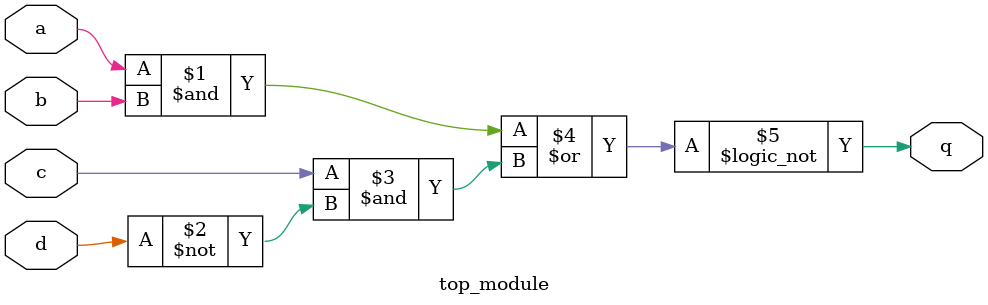
<source format=sv>
module top_module (
	input a, 
	input b, 
	input c, 
	input d,
	output q
);
 
  assign q = !((a & b) | (c & ~d));
 
endmodule

</source>
